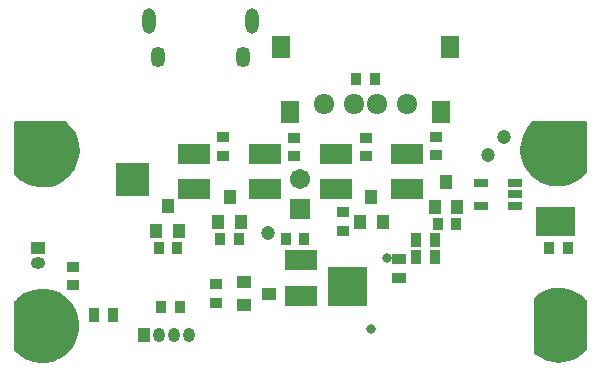
<source format=gbs>
G04*
G04 #@! TF.GenerationSoftware,Altium Limited,Altium Designer,19.0.11 (319)*
G04*
G04 Layer_Color=16711935*
%FSLAX25Y25*%
%MOIN*%
G70*
G01*
G75*
%ADD80R,0.04343X0.03556*%
%ADD81R,0.03556X0.04343*%
%ADD83R,0.04643X0.03800*%
%ADD84R,0.03800X0.04643*%
%ADD89O,0.06706X0.07099*%
%ADD90R,0.05918X0.07690*%
%ADD91R,0.06706X0.06706*%
%ADD92C,0.06706*%
%ADD93R,0.04800X0.03950*%
%ADD94O,0.04800X0.03950*%
%ADD95C,0.02300*%
%ADD96O,0.03950X0.04800*%
%ADD97R,0.03950X0.04800*%
%ADD98O,0.04343X0.08477*%
%ADD99O,0.04934X0.06902*%
%ADD100C,0.16548*%
%ADD101C,0.03162*%
%ADD102C,0.04737*%
%ADD103C,0.02572*%
%ADD133R,0.05131X0.03162*%
%ADD134R,0.03950X0.04737*%
%ADD135R,0.04737X0.03950*%
%ADD136R,0.11036X0.06706*%
G36*
X190453Y80617D02*
X190479Y80616D01*
X190505Y80614D01*
X190505Y80614D01*
X190506Y80614D01*
X190531Y80609D01*
X190557Y80604D01*
X190557Y80604D01*
X190557Y80604D01*
X190583Y80595D01*
X190606Y80587D01*
X190606Y80587D01*
X190607Y80587D01*
X190631Y80575D01*
X190653Y80564D01*
X190654Y80563D01*
X190654Y80563D01*
X190675Y80549D01*
X190697Y80535D01*
X190697Y80534D01*
X190697Y80534D01*
X190717Y80517D01*
X190736Y80500D01*
X190736Y80500D01*
X190737Y80500D01*
X190753Y80481D01*
X190771Y80461D01*
X190771Y80460D01*
X190771Y80460D01*
X190785Y80439D01*
X190800Y80417D01*
X190800Y80417D01*
X190800Y80416D01*
X190812Y80393D01*
X190823Y80370D01*
X190823Y80370D01*
X190823Y80369D01*
X190831Y80346D01*
X190840Y80320D01*
X190840Y80320D01*
X190840Y80320D01*
X190845Y80294D01*
X190850Y80269D01*
X190850Y80269D01*
X190850Y80268D01*
X190852Y80241D01*
X190854Y80216D01*
Y63681D01*
X190853Y63673D01*
X190853Y63666D01*
X190851Y63648D01*
X190850Y63629D01*
X190849Y63621D01*
X190848Y63614D01*
X190844Y63596D01*
X190840Y63577D01*
X190838Y63570D01*
X190836Y63563D01*
X190829Y63546D01*
X190823Y63528D01*
X190820Y63521D01*
X190817Y63514D01*
X190808Y63498D01*
X190800Y63481D01*
X190796Y63474D01*
X190792Y63468D01*
X190781Y63453D01*
X190771Y63437D01*
X190766Y63431D01*
X190761Y63425D01*
X190130Y62665D01*
X190126Y62660D01*
X190121Y62655D01*
X190108Y62641D01*
X190094Y62626D01*
X190089Y62622D01*
X190084Y62618D01*
X188591Y61323D01*
X188585Y61319D01*
X188580Y61314D01*
X188564Y61303D01*
X188549Y61291D01*
X188543Y61288D01*
X188538Y61284D01*
X186853Y60251D01*
X186847Y60248D01*
X186841Y60244D01*
X186823Y60236D01*
X186806Y60227D01*
X186800Y60224D01*
X186794Y60221D01*
X184963Y59477D01*
X184956Y59475D01*
X184950Y59472D01*
X184932Y59467D01*
X184913Y59461D01*
X184906Y59459D01*
X184900Y59457D01*
X182972Y59022D01*
X182965Y59021D01*
X182959Y59020D01*
X182940Y59017D01*
X182920Y59014D01*
X182913Y59014D01*
X182907Y59013D01*
X180934Y58899D01*
X180927Y58899D01*
X180920Y58898D01*
X180901Y58899D01*
X180881Y58899D01*
X180875Y58900D01*
X180868Y58900D01*
X178902Y59109D01*
X178896Y59111D01*
X178889Y59111D01*
X178870Y59115D01*
X178851Y59118D01*
X178844Y59121D01*
X178838Y59122D01*
X176933Y59649D01*
X176927Y59651D01*
X176920Y59653D01*
X176902Y59660D01*
X176883Y59667D01*
X176878Y59670D01*
X176871Y59672D01*
X175078Y60503D01*
X175072Y60507D01*
X175066Y60509D01*
X175049Y60519D01*
X175032Y60528D01*
X175027Y60532D01*
X175021Y60536D01*
X173388Y61649D01*
X173382Y61653D01*
X173377Y61657D01*
X173362Y61669D01*
X173346Y61681D01*
X173342Y61686D01*
X173337Y61690D01*
X171907Y63055D01*
X171903Y63060D01*
X171898Y63065D01*
X171885Y63080D01*
X171871Y63094D01*
X171868Y63099D01*
X171863Y63104D01*
X170676Y64684D01*
X170672Y64690D01*
X170668Y64695D01*
X170658Y64712D01*
X170647Y64728D01*
X170644Y64734D01*
X170641Y64740D01*
X169727Y66493D01*
X169725Y66499D01*
X169721Y66505D01*
X169714Y66523D01*
X169706Y66541D01*
X169704Y66547D01*
X169702Y66553D01*
X169087Y68432D01*
X169085Y68438D01*
X169083Y68445D01*
X169079Y68464D01*
X169074Y68483D01*
X169073Y68489D01*
X169071Y68496D01*
X168772Y70450D01*
X168771Y70456D01*
X168770Y70463D01*
X168769Y70482D01*
X168767Y70502D01*
X168767Y70508D01*
X168767Y70515D01*
X168790Y72492D01*
X168790Y72498D01*
X168790Y72505D01*
X168792Y72524D01*
X168794Y72544D01*
X168795Y72550D01*
X168796Y72557D01*
X169142Y74503D01*
X169143Y74510D01*
X169144Y74516D01*
X169149Y74535D01*
X169154Y74554D01*
X169157Y74560D01*
X169158Y74567D01*
X169817Y76430D01*
X169820Y76436D01*
X169822Y76443D01*
X169830Y76460D01*
X169838Y76478D01*
X169841Y76484D01*
X169844Y76490D01*
X170798Y78221D01*
X170802Y78227D01*
X170805Y78233D01*
X170816Y78249D01*
X170826Y78265D01*
X170831Y78270D01*
X170835Y78276D01*
X172058Y79828D01*
X172063Y79833D01*
X172067Y79838D01*
X172081Y79852D01*
X172094Y79867D01*
X172099Y79871D01*
X172103Y79876D01*
X172834Y80541D01*
X172847Y80552D01*
X172860Y80564D01*
X172868Y80568D01*
X172875Y80574D01*
X172890Y80583D01*
X172904Y80593D01*
X172912Y80597D01*
X172920Y80601D01*
X172936Y80608D01*
X172951Y80616D01*
X172960Y80619D01*
X172968Y80622D01*
X172984Y80627D01*
X173001Y80633D01*
X173010Y80634D01*
X173018Y80637D01*
X173035Y80639D01*
X173052Y80643D01*
X173061Y80643D01*
X173070Y80645D01*
X173087Y80645D01*
X173105Y80646D01*
X190453Y80617D01*
D02*
G37*
G36*
X17035Y80617D02*
X17043Y80617D01*
X17061Y80615D01*
X17080Y80614D01*
X17087Y80612D01*
X17095Y80612D01*
X17113Y80607D01*
X17131Y80604D01*
X17139Y80601D01*
X17146Y80599D01*
X17163Y80593D01*
X17181Y80587D01*
X17188Y80583D01*
X17195Y80581D01*
X17211Y80572D01*
X17228Y80564D01*
X17234Y80559D01*
X17241Y80556D01*
X17256Y80545D01*
X17272Y80535D01*
X17277Y80529D01*
X17284Y80525D01*
X18044Y79894D01*
X18049Y79889D01*
X18054Y79885D01*
X18068Y79871D01*
X18082Y79858D01*
X18086Y79853D01*
X18091Y79848D01*
X19386Y78354D01*
X19390Y78349D01*
X19394Y78344D01*
X19406Y78328D01*
X19417Y78312D01*
X19421Y78307D01*
X19424Y78301D01*
X20458Y76616D01*
X20461Y76610D01*
X20464Y76605D01*
X20473Y76587D01*
X20482Y76570D01*
X20484Y76564D01*
X20487Y76558D01*
X21231Y74726D01*
X21234Y74720D01*
X21236Y74714D01*
X21242Y74695D01*
X21248Y74677D01*
X21249Y74670D01*
X21251Y74664D01*
X21686Y72736D01*
X21687Y72729D01*
X21689Y72723D01*
X21691Y72703D01*
X21695Y72684D01*
X21695Y72677D01*
X21696Y72671D01*
X21810Y70697D01*
X21810Y70691D01*
X21811Y70684D01*
X21810Y70664D01*
X21810Y70645D01*
X21809Y70639D01*
X21808Y70632D01*
X21599Y68666D01*
X21598Y68660D01*
X21598Y68653D01*
X21594Y68634D01*
X21590Y68615D01*
X21588Y68608D01*
X21587Y68602D01*
X21059Y66697D01*
X21057Y66690D01*
X21056Y66684D01*
X21049Y66666D01*
X21042Y66647D01*
X21039Y66641D01*
X21037Y66635D01*
X20205Y64842D01*
X20202Y64836D01*
X20199Y64830D01*
X20189Y64813D01*
X20180Y64796D01*
X20176Y64791D01*
X20173Y64785D01*
X19060Y63152D01*
X19056Y63146D01*
X19052Y63141D01*
X19039Y63126D01*
X19027Y63110D01*
X19023Y63105D01*
X19018Y63100D01*
X17653Y61671D01*
X17649Y61666D01*
X17644Y61661D01*
X17629Y61648D01*
X17615Y61635D01*
X17609Y61632D01*
X17604Y61627D01*
X16024Y60440D01*
X16018Y60436D01*
X16013Y60432D01*
X15997Y60422D01*
X15980Y60411D01*
X15974Y60408D01*
X15969Y60405D01*
X14216Y59491D01*
X14210Y59488D01*
X14204Y59485D01*
X14186Y59478D01*
X14168Y59470D01*
X14161Y59468D01*
X14155Y59466D01*
X12277Y58851D01*
X12270Y58849D01*
X12264Y58847D01*
X12245Y58842D01*
X12226Y58837D01*
X12219Y58837D01*
X12213Y58835D01*
X10259Y58535D01*
X10253Y58535D01*
X10246Y58534D01*
X10227Y58532D01*
X10207Y58531D01*
X10200Y58531D01*
X10194Y58531D01*
X8217Y58554D01*
X8211Y58554D01*
X8204Y58554D01*
X8184Y58556D01*
X8165Y58558D01*
X8158Y58559D01*
X8152Y58560D01*
X6206Y58905D01*
X6199Y58907D01*
X6193Y58908D01*
X6174Y58913D01*
X6155Y58918D01*
X6148Y58920D01*
X6142Y58922D01*
X4279Y59581D01*
X4272Y59583D01*
X4266Y59585D01*
X4248Y59594D01*
X4230Y59601D01*
X4225Y59605D01*
X4219Y59608D01*
X2488Y60562D01*
X2482Y60566D01*
X2476Y60568D01*
X2460Y60580D01*
X2443Y60590D01*
X2438Y60594D01*
X2433Y60598D01*
X881Y61822D01*
X876Y61827D01*
X871Y61831D01*
X857Y61844D01*
X842Y61857D01*
X838Y61862D01*
X833Y61867D01*
X167Y62598D01*
X156Y62611D01*
X145Y62624D01*
X140Y62631D01*
X134Y62639D01*
X126Y62653D01*
X116Y62668D01*
X112Y62676D01*
X107Y62683D01*
X100Y62699D01*
X93Y62715D01*
X90Y62723D01*
X86Y62732D01*
X82Y62748D01*
X76Y62765D01*
X74Y62773D01*
X72Y62782D01*
X69Y62799D01*
X66Y62816D01*
X65Y62825D01*
X64Y62834D01*
X64Y62851D01*
X63Y62868D01*
X91Y80217D01*
X93Y80242D01*
X95Y80269D01*
X95Y80269D01*
X95Y80269D01*
X100Y80295D01*
X105Y80320D01*
X105Y80321D01*
X105Y80321D01*
X114Y80347D01*
X122Y80370D01*
X122Y80370D01*
X122Y80371D01*
X134Y80395D01*
X145Y80417D01*
X145Y80417D01*
X145Y80418D01*
X160Y80439D01*
X174Y80461D01*
X174Y80461D01*
X175Y80461D01*
X192Y80480D01*
X209Y80500D01*
X209Y80500D01*
X209Y80501D01*
X228Y80517D01*
X248Y80535D01*
X248Y80535D01*
X249Y80535D01*
X269Y80549D01*
X292Y80564D01*
X292Y80564D01*
X292Y80564D01*
X315Y80575D01*
X339Y80587D01*
X339Y80587D01*
X339Y80587D01*
X363Y80595D01*
X388Y80604D01*
X389Y80604D01*
X389Y80604D01*
X415Y80609D01*
X440Y80614D01*
X440Y80614D01*
X440Y80614D01*
X468Y80616D01*
X492Y80617D01*
X17028D01*
X17035Y80617D01*
D02*
G37*
G36*
X45079Y66831D02*
X45079Y55610D01*
X33858Y55610D01*
X33858Y66831D01*
X45079Y66831D01*
D02*
G37*
G36*
X186811Y42323D02*
X173819D01*
Y52067D01*
X186811D01*
Y42323D01*
D02*
G37*
G36*
X117717Y18878D02*
X104528D01*
Y32087D01*
X117717D01*
Y18878D01*
D02*
G37*
G36*
X181445Y25009D02*
X181445D01*
X181445Y25009D01*
X183004Y24929D01*
X183004D01*
X183004Y24929D01*
X183004Y24929D01*
X183028Y24927D01*
X183056Y24923D01*
X183056Y24923D01*
X183056Y24923D01*
X183056Y24923D01*
X184593Y24642D01*
X184618Y24636D01*
X184643Y24630D01*
X184644Y24629D01*
D01*
D01*
X186130Y24151D01*
X186154Y24142D01*
X186179Y24132D01*
X187591Y23465D01*
X187613Y23453D01*
X187637Y23439D01*
X188951Y22594D01*
X188974Y22577D01*
X188993Y22563D01*
X188993Y22563D01*
X188993Y22563D01*
X188993Y22563D01*
X190185Y21555D01*
X190185Y21555D01*
X190186Y21555D01*
X190186Y21555D01*
X190203Y21539D01*
X190223Y21519D01*
X190749Y20942D01*
X190760Y20929D01*
X190771Y20916D01*
X190777Y20908D01*
X190782Y20900D01*
X190790Y20887D01*
X190791Y20887D01*
X190800Y20872D01*
X190805Y20863D01*
X190809Y20856D01*
X190816Y20841D01*
X190823Y20825D01*
X190826Y20816D01*
X190830Y20808D01*
X190835Y20792D01*
X190840Y20775D01*
X190842Y20766D01*
X190845Y20757D01*
X190847Y20741D01*
X190850Y20724D01*
X190851Y20714D01*
X190852Y20705D01*
X190853Y20689D01*
X190854Y20672D01*
X190854Y4530D01*
X190853Y4513D01*
X190853Y4496D01*
X190851Y4487D01*
X190851Y4477D01*
X190848Y4461D01*
X190845Y4444D01*
X190842Y4435D01*
X190841Y4426D01*
X190835Y4410D01*
X190830Y4394D01*
X190827Y4385D01*
X190824Y4376D01*
X190816Y4361D01*
X190810Y4346D01*
X190805Y4338D01*
X190800Y4329D01*
X190791Y4315D01*
X190782Y4301D01*
X190777Y4293D01*
X190771Y4285D01*
X190760Y4273D01*
X190750Y4260D01*
X190224Y3683D01*
X190203Y3663D01*
X190187Y3647D01*
X190187Y3647D01*
X190187Y3647D01*
X190187Y3647D01*
X188996Y2640D01*
X188977Y2626D01*
X188954Y2609D01*
X187643Y1765D01*
X187643Y1765D01*
X187643Y1765D01*
X187642Y1765D01*
X187623Y1754D01*
X187597Y1739D01*
X187597Y1739D01*
X187597Y1739D01*
X187596Y1739D01*
X186187Y1072D01*
X186187Y1072D01*
X186187Y1072D01*
X186187Y1072D01*
X186168Y1065D01*
X186139Y1053D01*
X184654Y574D01*
X184629Y568D01*
X184604Y562D01*
X183070Y279D01*
X183042Y276D01*
X183018Y273D01*
X183018Y273D01*
X183018D01*
X183017D01*
X181460Y192D01*
X181434Y192D01*
X181408Y193D01*
X179853Y314D01*
X179853D01*
X179853D01*
X179853Y314D01*
X179831Y317D01*
X179801Y322D01*
X178275Y643D01*
X178246Y652D01*
X178225Y658D01*
X178225Y658D01*
X178225Y658D01*
X178225Y658D01*
X176754Y1174D01*
X176754Y1175D01*
X176754Y1175D01*
X176753Y1175D01*
X176732Y1184D01*
X176706Y1195D01*
X175314Y1898D01*
X175314Y1898D01*
X175314Y1898D01*
X175313Y1898D01*
X175287Y1914D01*
X175269Y1925D01*
X175268Y1925D01*
X175268Y1925D01*
X175268Y1925D01*
X173979Y2803D01*
X173958Y2820D01*
X173938Y2835D01*
X173938Y2835D01*
X173938D01*
D01*
X173356Y3354D01*
X173348Y3362D01*
X173339Y3369D01*
X173339Y3369D01*
X173339Y3370D01*
X173329Y3381D01*
X173319Y3391D01*
X173312Y3400D01*
X173305Y3409D01*
X173305Y3409D01*
X173305Y3409D01*
X173296Y3421D01*
X173288Y3433D01*
X173282Y3443D01*
X173276Y3452D01*
X173276Y3452D01*
X173275Y3452D01*
X173269Y3466D01*
X173262Y3478D01*
X173258Y3489D01*
X173252Y3499D01*
X173252Y3499D01*
X173252Y3500D01*
X173248Y3514D01*
X173242Y3527D01*
X173239Y3538D01*
X173235Y3549D01*
X173235Y3549D01*
X173235Y3549D01*
X173233Y3564D01*
X173229Y3578D01*
X173228Y3589D01*
X173225Y3600D01*
X173225Y3600D01*
X173225Y3601D01*
X173224Y3615D01*
X173222Y3630D01*
X173222Y3641D01*
X173222Y3652D01*
X173201Y21529D01*
X173202Y21540D01*
X173202Y21551D01*
X173203Y21566D01*
X173204Y21581D01*
X173206Y21592D01*
X173208Y21603D01*
X173212Y21618D01*
X173214Y21633D01*
X173218Y21643D01*
X173221Y21654D01*
X173226Y21668D01*
X173231Y21682D01*
X173236Y21692D01*
X173240Y21703D01*
X173248Y21716D01*
X173254Y21729D01*
X173261Y21739D01*
X173266Y21748D01*
X173275Y21760D01*
X173284Y21773D01*
X173291Y21781D01*
X173298Y21790D01*
X173308Y21801D01*
X173318Y21812D01*
X173327Y21820D01*
X173334Y21828D01*
X173916Y22349D01*
X173941Y22368D01*
X173957Y22381D01*
X173958Y22381D01*
X173958Y22381D01*
X173958Y22381D01*
X175247Y23263D01*
X175271Y23277D01*
X175292Y23290D01*
X176684Y23997D01*
X176710Y24008D01*
X176732Y24017D01*
X178205Y24538D01*
X178230Y24545D01*
X178255Y24552D01*
X179783Y24877D01*
X179809Y24881D01*
X179835Y24884D01*
X181392Y25008D01*
X181392Y25008D01*
X181392D01*
X181392Y25008D01*
X181420Y25008D01*
X181444Y25009D01*
X181445Y25009D01*
D02*
G37*
G36*
X8615Y24819D02*
X8623Y24819D01*
X10686Y24765D01*
X10694Y24765D01*
X10702Y24765D01*
X10720Y24762D01*
X10738Y24760D01*
X10746Y24759D01*
X10754Y24758D01*
X12777Y24352D01*
X12785Y24350D01*
X12793Y24349D01*
X12811Y24343D01*
X12828Y24338D01*
X12836Y24335D01*
X12844Y24333D01*
X14768Y23588D01*
X14775Y23584D01*
X14783Y23582D01*
X14799Y23573D01*
X14815Y23566D01*
X14822Y23561D01*
X14829Y23558D01*
X16598Y22495D01*
X16605Y22490D01*
X16612Y22486D01*
X16627Y22475D01*
X16641Y22465D01*
X16647Y22459D01*
X16654Y22454D01*
X18215Y21105D01*
X18221Y21099D01*
X18227Y21094D01*
X18240Y21081D01*
X18252Y21068D01*
X18257Y21062D01*
X18263Y21056D01*
X19571Y19460D01*
X19576Y19453D01*
X19581Y19447D01*
X19591Y19432D01*
X19601Y19417D01*
X19605Y19410D01*
X19610Y19403D01*
X20626Y17607D01*
X20629Y17600D01*
X20634Y17593D01*
X20641Y17576D01*
X20649Y17560D01*
X20651Y17552D01*
X20654Y17545D01*
X21349Y15601D01*
X21351Y15594D01*
X21354Y15586D01*
X21358Y15568D01*
X21363Y15551D01*
X21364Y15543D01*
X21366Y15535D01*
X21719Y13502D01*
X21720Y13494D01*
X21721Y13486D01*
X21722Y13468D01*
X21724Y13450D01*
X21724Y13442D01*
X21725Y13433D01*
X21725Y11370D01*
X21724Y11362D01*
X21724Y11354D01*
X21722Y11336D01*
X21721Y11317D01*
X21720Y11310D01*
X21719Y11301D01*
X21366Y9268D01*
X21364Y9260D01*
X21363Y9252D01*
X21358Y9235D01*
X21354Y9217D01*
X21351Y9210D01*
X21349Y9202D01*
X20654Y7259D01*
X20651Y7251D01*
X20649Y7243D01*
X20641Y7227D01*
X20634Y7210D01*
X20629Y7203D01*
X20626Y7196D01*
X19610Y5400D01*
X19605Y5393D01*
X19601Y5386D01*
X19591Y5371D01*
X19581Y5356D01*
X19576Y5350D01*
X19571Y5343D01*
X18263Y3747D01*
X18257Y3741D01*
X18252Y3735D01*
X18240Y3722D01*
X18227Y3709D01*
X18221Y3704D01*
X18215Y3698D01*
X16654Y2349D01*
X16647Y2344D01*
X16641Y2338D01*
X16626Y2328D01*
X16612Y2317D01*
X16605Y2313D01*
X16598Y2308D01*
X14829Y1246D01*
X14822Y1242D01*
X14815Y1237D01*
X14799Y1230D01*
X14783Y1222D01*
X14775Y1219D01*
X14768Y1215D01*
X12843Y470D01*
X12836Y468D01*
X12828Y465D01*
X12811Y460D01*
X12793Y455D01*
X12785Y453D01*
X12777Y451D01*
X10754Y46D01*
X10746Y44D01*
X10738Y43D01*
X10720Y41D01*
X10702Y39D01*
X10694Y38D01*
X10686Y38D01*
X8623Y-16D01*
X8615Y-16D01*
X8607Y-16D01*
X8589Y-15D01*
X8571Y-14D01*
X8563Y-13D01*
X8555Y-12D01*
X6513Y287D01*
X6505Y289D01*
X6497Y289D01*
X6479Y294D01*
X6461Y298D01*
X6454Y301D01*
X6446Y302D01*
X4485Y946D01*
X4478Y949D01*
X4470Y951D01*
X4453Y959D01*
X4437Y965D01*
X4430Y969D01*
X4422Y973D01*
X2600Y1941D01*
X2593Y1946D01*
X2586Y1949D01*
X2571Y1959D01*
X2555Y1969D01*
X2549Y1974D01*
X2542Y1979D01*
X912Y3244D01*
X906Y3250D01*
X900Y3255D01*
X887Y3267D01*
X873Y3279D01*
X868Y3285D01*
X862Y3291D01*
X167Y4054D01*
X157Y4067D01*
X146Y4079D01*
X140Y4087D01*
X134Y4095D01*
X126Y4109D01*
X116Y4123D01*
X112Y4132D01*
X107Y4140D01*
X101Y4155D01*
X93Y4170D01*
X90Y4179D01*
X86Y4188D01*
X82Y4204D01*
X76Y4220D01*
X75Y4229D01*
X72Y4238D01*
X69Y4255D01*
X66Y4271D01*
X65Y4281D01*
X64Y4290D01*
X64Y4307D01*
X63Y4324D01*
X63Y4324D01*
Y20480D01*
X64Y20496D01*
X64Y20513D01*
X65Y20523D01*
X66Y20532D01*
X69Y20549D01*
X72Y20565D01*
X75Y20574D01*
X76Y20583D01*
X82Y20599D01*
X86Y20616D01*
X90Y20624D01*
X93Y20633D01*
X101Y20648D01*
X107Y20664D01*
X112Y20672D01*
X116Y20680D01*
X126Y20694D01*
X134Y20708D01*
X140Y20716D01*
X146Y20724D01*
X157Y20736D01*
X167Y20750D01*
X862Y21512D01*
X868Y21518D01*
X873Y21524D01*
X887Y21536D01*
X900Y21549D01*
X906Y21553D01*
X912Y21559D01*
X2542Y22824D01*
X2549Y22829D01*
X2555Y22834D01*
X2571Y22844D01*
X2586Y22854D01*
X2593Y22858D01*
X2600Y22862D01*
X4422Y23830D01*
X4430Y23834D01*
X4437Y23838D01*
X4453Y23845D01*
X4470Y23852D01*
X4478Y23854D01*
X4485Y23857D01*
X6446Y24501D01*
X6454Y24503D01*
X6461Y24505D01*
X6479Y24509D01*
X6497Y24514D01*
X6505Y24515D01*
X6513Y24516D01*
X8555Y24815D01*
X8563Y24816D01*
X8571Y24817D01*
X8589Y24818D01*
X8607Y24820D01*
X8615Y24819D01*
D02*
G37*
D80*
X19488Y25945D02*
D03*
Y32126D02*
D03*
X109547Y44104D02*
D03*
Y50285D02*
D03*
X67421Y20039D02*
D03*
Y26221D02*
D03*
X140551Y75433D02*
D03*
Y69252D02*
D03*
X117126Y68957D02*
D03*
Y75138D02*
D03*
X93405D02*
D03*
Y68957D02*
D03*
X69784Y69055D02*
D03*
Y75236D02*
D03*
D81*
X114035Y94685D02*
D03*
X120217D02*
D03*
X178405Y38500D02*
D03*
X184587D02*
D03*
X55256Y18701D02*
D03*
X49075D02*
D03*
X147382Y46457D02*
D03*
X141201D02*
D03*
X74941Y41339D02*
D03*
X68760D02*
D03*
X48189Y38287D02*
D03*
X54370D02*
D03*
X96693Y41437D02*
D03*
X90512D02*
D03*
D83*
X128445Y28207D02*
D03*
Y34588D02*
D03*
D84*
X140258Y41043D02*
D03*
X133876D02*
D03*
X140258Y35335D02*
D03*
X133876D02*
D03*
X26632Y15945D02*
D03*
X33013D02*
D03*
D89*
X130905Y86378D02*
D03*
X121063D02*
D03*
X113189D02*
D03*
X103347D02*
D03*
D90*
X142323Y83858D02*
D03*
X91929D02*
D03*
X88976Y105354D02*
D03*
X145276D02*
D03*
D91*
X95374Y51201D02*
D03*
D92*
Y61201D02*
D03*
D93*
X7972Y38425D02*
D03*
D94*
Y33425D02*
D03*
D95*
X118799Y11220D02*
D03*
D96*
X58386Y9337D02*
D03*
X53386D02*
D03*
X48386D02*
D03*
D97*
X43386D02*
D03*
D98*
X44882Y113878D02*
D03*
X79134D02*
D03*
D99*
X47835Y101969D02*
D03*
X76181D02*
D03*
D100*
X182087Y12402D02*
D03*
Y71457D02*
D03*
X8858Y12402D02*
D03*
Y71457D02*
D03*
D101*
X118799Y11220D02*
D03*
X124219Y34943D02*
D03*
D102*
X84744Y43406D02*
D03*
X157993Y69291D02*
D03*
X163140Y75305D02*
D03*
D103*
X174567Y11516D02*
D03*
Y14075D02*
D03*
D133*
X155785Y52461D02*
D03*
Y59941D02*
D03*
X166809Y52461D02*
D03*
Y56201D02*
D03*
Y59941D02*
D03*
D134*
X147736Y51968D02*
D03*
X140256D02*
D03*
X143996Y60236D02*
D03*
X122835Y47047D02*
D03*
X115354D02*
D03*
X119095Y55315D02*
D03*
X75590Y47047D02*
D03*
X68110D02*
D03*
X71850Y55315D02*
D03*
X54921Y44094D02*
D03*
X47441D02*
D03*
X51181Y52362D02*
D03*
D135*
X76772Y19390D02*
D03*
Y26870D02*
D03*
X85039Y23130D02*
D03*
D136*
X130905Y57874D02*
D03*
Y69685D02*
D03*
X107283D02*
D03*
Y57874D02*
D03*
X83661D02*
D03*
Y69685D02*
D03*
X60039D02*
D03*
Y57874D02*
D03*
X95472Y22441D02*
D03*
Y34252D02*
D03*
M02*

</source>
